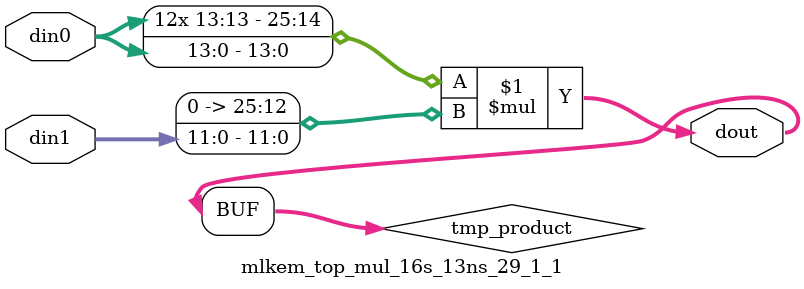
<source format=v>

`timescale 1 ns / 1 ps

 module mlkem_top_mul_16s_13ns_29_1_1(din0, din1, dout);
parameter ID = 1;
parameter NUM_STAGE = 0;
parameter din0_WIDTH = 14;
parameter din1_WIDTH = 12;
parameter dout_WIDTH = 26;

input [din0_WIDTH - 1 : 0] din0; 
input [din1_WIDTH - 1 : 0] din1; 
output [dout_WIDTH - 1 : 0] dout;

wire signed [dout_WIDTH - 1 : 0] tmp_product;


























assign tmp_product = $signed(din0) * $signed({1'b0, din1});









assign dout = tmp_product;





















endmodule

</source>
